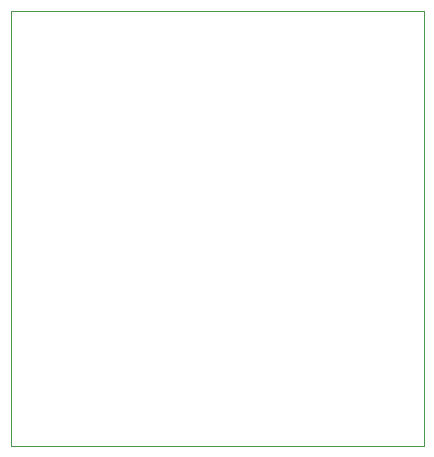
<source format=gm1>
G04 #@! TF.GenerationSoftware,KiCad,Pcbnew,(5.1.10)-1*
G04 #@! TF.CreationDate,2021-09-27T00:24:43+02:00*
G04 #@! TF.ProjectId,ili9341,696c6939-3334-4312-9e6b-696361645f70,rev?*
G04 #@! TF.SameCoordinates,Original*
G04 #@! TF.FileFunction,Profile,NP*
%FSLAX46Y46*%
G04 Gerber Fmt 4.6, Leading zero omitted, Abs format (unit mm)*
G04 Created by KiCad (PCBNEW (5.1.10)-1) date 2021-09-27 00:24:43*
%MOMM*%
%LPD*%
G01*
G04 APERTURE LIST*
G04 #@! TA.AperFunction,Profile*
%ADD10C,0.050000*%
G04 #@! TD*
G04 APERTURE END LIST*
D10*
X118185000Y-59055000D02*
X83185000Y-59055000D01*
X83185000Y-95885000D02*
X118185000Y-95885000D01*
X118185000Y-59055000D02*
X118185000Y-95885000D01*
X83185000Y-59055000D02*
X83185000Y-95885000D01*
M02*

</source>
